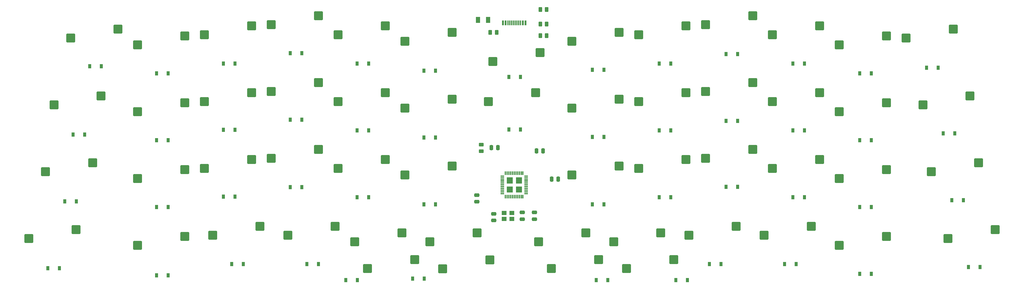
<source format=gbp>
%TF.GenerationSoftware,KiCad,Pcbnew,(6.0.7)*%
%TF.CreationDate,2022-09-18T01:02:23+03:00*%
%TF.ProjectId,teethless40_csl_pcb_schema,74656574-686c-4657-9373-34305f63736c,rev?*%
%TF.SameCoordinates,Original*%
%TF.FileFunction,Paste,Bot*%
%TF.FilePolarity,Positive*%
%FSLAX46Y46*%
G04 Gerber Fmt 4.6, Leading zero omitted, Abs format (unit mm)*
G04 Created by KiCad (PCBNEW (6.0.7)) date 2022-09-18 01:02:23*
%MOMM*%
%LPD*%
G01*
G04 APERTURE LIST*
G04 Aperture macros list*
%AMRoundRect*
0 Rectangle with rounded corners*
0 $1 Rounding radius*
0 $2 $3 $4 $5 $6 $7 $8 $9 X,Y pos of 4 corners*
0 Add a 4 corners polygon primitive as box body*
4,1,4,$2,$3,$4,$5,$6,$7,$8,$9,$2,$3,0*
0 Add four circle primitives for the rounded corners*
1,1,$1+$1,$2,$3*
1,1,$1+$1,$4,$5*
1,1,$1+$1,$6,$7*
1,1,$1+$1,$8,$9*
0 Add four rect primitives between the rounded corners*
20,1,$1+$1,$2,$3,$4,$5,0*
20,1,$1+$1,$4,$5,$6,$7,0*
20,1,$1+$1,$6,$7,$8,$9,0*
20,1,$1+$1,$8,$9,$2,$3,0*%
G04 Aperture macros list end*
%ADD10C,0.010000*%
%ADD11RoundRect,0.250000X1.025000X1.000000X-1.025000X1.000000X-1.025000X-1.000000X1.025000X-1.000000X0*%
%ADD12R,0.900000X1.200000*%
%ADD13RoundRect,0.250000X0.250000X0.475000X-0.250000X0.475000X-0.250000X-0.475000X0.250000X-0.475000X0*%
%ADD14R,0.600000X1.450000*%
%ADD15R,0.300000X1.450000*%
%ADD16RoundRect,0.250000X0.262500X0.450000X-0.262500X0.450000X-0.262500X-0.450000X0.262500X-0.450000X0*%
%ADD17RoundRect,0.250000X-1.025000X-1.000000X1.025000X-1.000000X1.025000X1.000000X-1.025000X1.000000X0*%
%ADD18R,1.190000X1.728000*%
%ADD19RoundRect,0.250000X0.475000X-0.250000X0.475000X0.250000X-0.475000X0.250000X-0.475000X-0.250000X0*%
%ADD20RoundRect,0.007800X0.497200X0.122200X-0.497200X0.122200X-0.497200X-0.122200X0.497200X-0.122200X0*%
%ADD21RoundRect,0.033800X0.096200X0.471200X-0.096200X0.471200X-0.096200X-0.471200X0.096200X-0.471200X0*%
%ADD22RoundRect,0.250000X-0.262500X-0.450000X0.262500X-0.450000X0.262500X0.450000X-0.262500X0.450000X0*%
%ADD23RoundRect,0.250000X-0.475000X0.250000X-0.475000X-0.250000X0.475000X-0.250000X0.475000X0.250000X0*%
%ADD24R,1.400000X1.200000*%
%ADD25RoundRect,0.250000X0.450000X-0.262500X0.450000X0.262500X-0.450000X0.262500X-0.450000X-0.262500X0*%
G04 APERTURE END LIST*
G36*
X164315000Y-73338688D02*
G01*
X162675000Y-73338688D01*
X162675000Y-71698688D01*
X164315000Y-71698688D01*
X164315000Y-73338688D01*
G37*
D10*
X164315000Y-73338688D02*
X162675000Y-73338688D01*
X162675000Y-71698688D01*
X164315000Y-71698688D01*
X164315000Y-73338688D01*
G36*
X164315000Y-75938688D02*
G01*
X162675000Y-75938688D01*
X162675000Y-74298688D01*
X164315000Y-74298688D01*
X164315000Y-75938688D01*
G37*
X164315000Y-75938688D02*
X162675000Y-75938688D01*
X162675000Y-74298688D01*
X164315000Y-74298688D01*
X164315000Y-75938688D01*
G36*
X161715000Y-73338688D02*
G01*
X160075000Y-73338688D01*
X160075000Y-71698688D01*
X161715000Y-71698688D01*
X161715000Y-73338688D01*
G37*
X161715000Y-73338688D02*
X160075000Y-73338688D01*
X160075000Y-71698688D01*
X161715000Y-71698688D01*
X161715000Y-73338688D01*
G36*
X161715000Y-75938688D02*
G01*
X160075000Y-75938688D01*
X160075000Y-74298688D01*
X161715000Y-74298688D01*
X161715000Y-75938688D01*
G37*
X161715000Y-75938688D02*
X160075000Y-75938688D01*
X160075000Y-74298688D01*
X161715000Y-74298688D01*
X161715000Y-75938688D01*
D11*
X131023750Y-71030000D03*
X144473750Y-68490000D03*
X116723750Y-90080000D03*
X130173750Y-87540000D03*
D12*
X260684375Y-99218750D03*
X263984375Y-99218750D03*
D11*
X211996250Y-88180000D03*
X225446250Y-85640000D03*
X131023750Y-51980000D03*
X144473750Y-49440000D03*
X35773125Y-31967500D03*
X49223125Y-29427500D03*
D12*
X222570000Y-74430000D03*
X225870000Y-74430000D03*
X260684375Y-80168750D03*
X263984375Y-80168750D03*
D11*
X169123750Y-90070000D03*
X182573750Y-87530000D03*
D13*
X170440000Y-64120000D03*
X168540000Y-64120000D03*
D14*
X158975000Y-27642636D03*
X159750000Y-27642636D03*
D15*
X160450000Y-27642636D03*
X160950000Y-27642636D03*
X161450000Y-27642636D03*
X161950000Y-27642636D03*
X162450000Y-27642636D03*
X162950000Y-27642636D03*
X163450000Y-27642636D03*
X163950000Y-27642636D03*
D14*
X164650000Y-27642636D03*
X165425000Y-27642636D03*
D11*
X197703750Y-69130000D03*
X211153750Y-66590000D03*
X31010625Y-51017500D03*
X44460625Y-48477500D03*
D12*
X241634375Y-58340625D03*
X244934375Y-58340625D03*
X184490000Y-41020000D03*
X187790000Y-41020000D03*
D16*
X171469388Y-28033880D03*
X169644388Y-28033880D03*
D12*
X60262500Y-99615625D03*
X63562500Y-99615625D03*
D11*
X254843750Y-91030000D03*
X268293750Y-88490000D03*
D12*
X136462500Y-41275000D03*
X139762500Y-41275000D03*
D11*
X73873750Y-31030000D03*
X87323750Y-28490000D03*
D12*
X133208750Y-100557500D03*
X136508750Y-100557500D03*
D11*
X92923750Y-47220000D03*
X106373750Y-44680000D03*
X216753750Y-47220000D03*
X230203750Y-44680000D03*
D12*
X284496875Y-59134375D03*
X287796875Y-59134375D03*
X241634375Y-77390625D03*
X244934375Y-77390625D03*
D17*
X169543750Y-36100000D03*
X156093750Y-38640000D03*
D12*
X60262500Y-80168750D03*
X63562500Y-80168750D03*
D11*
X23866875Y-89117500D03*
X37316875Y-86577500D03*
X111963750Y-31040000D03*
X125413750Y-28500000D03*
D12*
X79300000Y-58160000D03*
X82600000Y-58160000D03*
X241634375Y-39290625D03*
X244934375Y-39290625D03*
D11*
X92923750Y-66270000D03*
X106373750Y-63730000D03*
D12*
X203534375Y-77390625D03*
X206834375Y-77390625D03*
D18*
X154737840Y-26789040D03*
X151847840Y-26789040D03*
D17*
X186233750Y-95150000D03*
X172783750Y-97690000D03*
D19*
X156393750Y-84000000D03*
X156393750Y-82100000D03*
D12*
X184484375Y-79375000D03*
X187784375Y-79375000D03*
D11*
X278666250Y-51030000D03*
X292116250Y-48490000D03*
D12*
X34068750Y-78581250D03*
X37368750Y-78581250D03*
D11*
X281047500Y-70080000D03*
X294497500Y-67540000D03*
D12*
X260684375Y-61118750D03*
X263984375Y-61118750D03*
X203534375Y-39290625D03*
X206834375Y-39290625D03*
X160671875Y-43040000D03*
X163971875Y-43040000D03*
D11*
X235808750Y-69130000D03*
X249258750Y-66590000D03*
X73873750Y-50080000D03*
X87323750Y-47540000D03*
D20*
X165555000Y-71318688D03*
X165555000Y-71818688D03*
X165555000Y-72318688D03*
X165555000Y-72818688D03*
X165555000Y-73318688D03*
X165555000Y-73818688D03*
X165555000Y-74318688D03*
X165555000Y-74818688D03*
X165555000Y-75318688D03*
X165555000Y-75818688D03*
X165555000Y-76318688D03*
D21*
X164695000Y-77178688D03*
X164195000Y-77178688D03*
X163695000Y-77178688D03*
X163195000Y-77178688D03*
X162695000Y-77178688D03*
X162195000Y-77178688D03*
X161695000Y-77178688D03*
X161195000Y-77178688D03*
X160695000Y-77178688D03*
X160195000Y-77178688D03*
X159695000Y-77178688D03*
D20*
X158835000Y-76318688D03*
X158835000Y-75818688D03*
X158835000Y-75318688D03*
X158835000Y-74818688D03*
X158835000Y-74318688D03*
X158835000Y-73818688D03*
X158835000Y-73318688D03*
X158835000Y-72818688D03*
X158835000Y-72318688D03*
X158835000Y-71818688D03*
X158835000Y-71318688D03*
D21*
X159695000Y-70458688D03*
X160195000Y-70458688D03*
X160695000Y-70458688D03*
X161195000Y-70458688D03*
X161695000Y-70458688D03*
X162195000Y-70458688D03*
X162695000Y-70458688D03*
X163195000Y-70458688D03*
X163695000Y-70458688D03*
X164195000Y-70458688D03*
X164695000Y-70458688D03*
D22*
X169644388Y-23812480D03*
X171469388Y-23812480D03*
D12*
X222584375Y-36512500D03*
X225884375Y-36512500D03*
D11*
X111963750Y-50090000D03*
X125413750Y-47550000D03*
D12*
X217821875Y-96440625D03*
X221121875Y-96440625D03*
X260684375Y-42068750D03*
X263984375Y-42068750D03*
D11*
X154823750Y-50070000D03*
X168273750Y-47530000D03*
D12*
X160671875Y-58040000D03*
X163971875Y-58040000D03*
D11*
X54823750Y-52930000D03*
X68273750Y-50390000D03*
D17*
X207663750Y-95140000D03*
X194213750Y-97680000D03*
D23*
X167993750Y-81690000D03*
X167993750Y-83590000D03*
X151506904Y-76738216D03*
X151506904Y-78638216D03*
D12*
X136462500Y-79375000D03*
X139762500Y-79375000D03*
X29306250Y-97631250D03*
X32606250Y-97631250D03*
X81693750Y-96440625D03*
X84993750Y-96440625D03*
D11*
X216753750Y-66270000D03*
X230203750Y-63730000D03*
X92923750Y-28170000D03*
X106373750Y-25630000D03*
D12*
X211522500Y-100944375D03*
X208222500Y-100944375D03*
D11*
X54823750Y-91030000D03*
X68273750Y-88490000D03*
D12*
X114158750Y-100954375D03*
X117458750Y-100954375D03*
D13*
X157543750Y-63240000D03*
X155643750Y-63240000D03*
D11*
X54823750Y-71980000D03*
X68273750Y-69440000D03*
D24*
X159295000Y-81800000D03*
X161495000Y-81800000D03*
X161495000Y-83500000D03*
X159295000Y-83500000D03*
D12*
X239253125Y-96440625D03*
X242553125Y-96440625D03*
D11*
X190530000Y-90070000D03*
X203980000Y-87530000D03*
D12*
X136462500Y-60325000D03*
X139762500Y-60325000D03*
D11*
X197703750Y-31030000D03*
X211153750Y-28490000D03*
D12*
X98360000Y-36280000D03*
X101660000Y-36280000D03*
D11*
X254843750Y-33880000D03*
X268293750Y-31340000D03*
X273903750Y-31980000D03*
X287353750Y-29440000D03*
D12*
X79330000Y-77180000D03*
X82630000Y-77180000D03*
D11*
X97676250Y-88190000D03*
X111126250Y-85650000D03*
D12*
X184470000Y-60150000D03*
X187770000Y-60150000D03*
D11*
X235808750Y-50080000D03*
X249258750Y-47540000D03*
X216753750Y-28170000D03*
X230203750Y-25630000D03*
X138143750Y-90070000D03*
X151593750Y-87530000D03*
D16*
X171469388Y-31253880D03*
X169644388Y-31253880D03*
D12*
X36450000Y-59531250D03*
X39750000Y-59531250D03*
D11*
X73873750Y-69130000D03*
X87323750Y-66590000D03*
X111963750Y-69140000D03*
X125413750Y-66600000D03*
D23*
X164493750Y-81690000D03*
X164493750Y-83590000D03*
D12*
X188900625Y-100944375D03*
X185600625Y-100944375D03*
X103125000Y-96440625D03*
X106425000Y-96440625D03*
X60270000Y-42080000D03*
X63570000Y-42080000D03*
D11*
X254843750Y-71980000D03*
X268293750Y-69440000D03*
X178653125Y-32920000D03*
X192103125Y-30380000D03*
X28629375Y-70067500D03*
X42079375Y-67527500D03*
D17*
X133840000Y-95160000D03*
X120390000Y-97700000D03*
D12*
X291640625Y-97234375D03*
X294940625Y-97234375D03*
D11*
X233427500Y-88180000D03*
X246877500Y-85640000D03*
D12*
X79312500Y-39290625D03*
X82612500Y-39290625D03*
X117412500Y-58340625D03*
X120712500Y-58340625D03*
D13*
X174730000Y-72220000D03*
X172830000Y-72220000D03*
D12*
X279734375Y-40481250D03*
X283034375Y-40481250D03*
X286878125Y-78184375D03*
X290178125Y-78184375D03*
X222584375Y-55562500D03*
X225884375Y-55562500D03*
D11*
X197703750Y-50080000D03*
X211153750Y-47540000D03*
D12*
X203534375Y-58340625D03*
X206834375Y-58340625D03*
X98360000Y-55290000D03*
X101660000Y-55290000D03*
X41230000Y-40030000D03*
X44530000Y-40030000D03*
D11*
X254843750Y-52930000D03*
X268293750Y-50390000D03*
D12*
X60262500Y-61118750D03*
X63562500Y-61118750D03*
X98390000Y-74440000D03*
X101690000Y-74440000D03*
D11*
X54823750Y-33880000D03*
X68273750Y-31340000D03*
D12*
X117412500Y-39290625D03*
X120712500Y-39290625D03*
D11*
X285810000Y-89130000D03*
X299260000Y-86590000D03*
X235808750Y-31030000D03*
X249258750Y-28490000D03*
X76255000Y-88180000D03*
X89705000Y-85640000D03*
D17*
X155253750Y-95180000D03*
X141803750Y-97720000D03*
D25*
X152800000Y-64212500D03*
X152800000Y-62387500D03*
D11*
X131023750Y-32930000D03*
X144473750Y-30390000D03*
D12*
X117412500Y-77390625D03*
X120712500Y-77390625D03*
D11*
X178653125Y-51970000D03*
X192103125Y-49430000D03*
X178653125Y-71020000D03*
X192103125Y-68480000D03*
D16*
X157181900Y-30360912D03*
X155356900Y-30360912D03*
M02*

</source>
